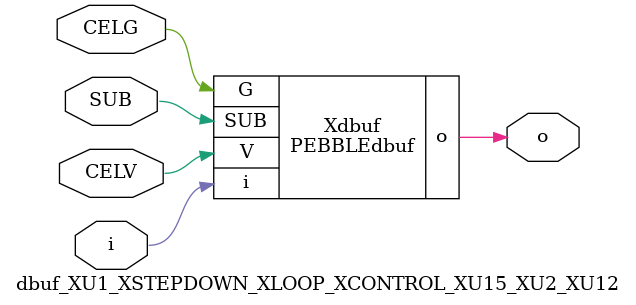
<source format=v>



module PEBBLEdbuf ( o, G, SUB, V, i );

  input V;
  input i;
  input G;
  output o;
  input SUB;
endmodule

//Celera Confidential Do Not Copy dbuf_XU1_XSTEPDOWN_XLOOP_XCONTROL_XU15_XU2_XU12
//Celera Confidential Symbol Generator
//Digital Buffer
module dbuf_XU1_XSTEPDOWN_XLOOP_XCONTROL_XU15_XU2_XU12 (CELV,CELG,i,o,SUB);
input CELV;
input CELG;
input i;
input SUB;
output o;

//Celera Confidential Do Not Copy dbuf
PEBBLEdbuf Xdbuf(
.V (CELV),
.i (i),
.o (o),
.SUB (SUB),
.G (CELG)
);
//,diesize,PEBBLEdbuf

//Celera Confidential Do Not Copy Module End
//Celera Schematic Generator
endmodule

</source>
